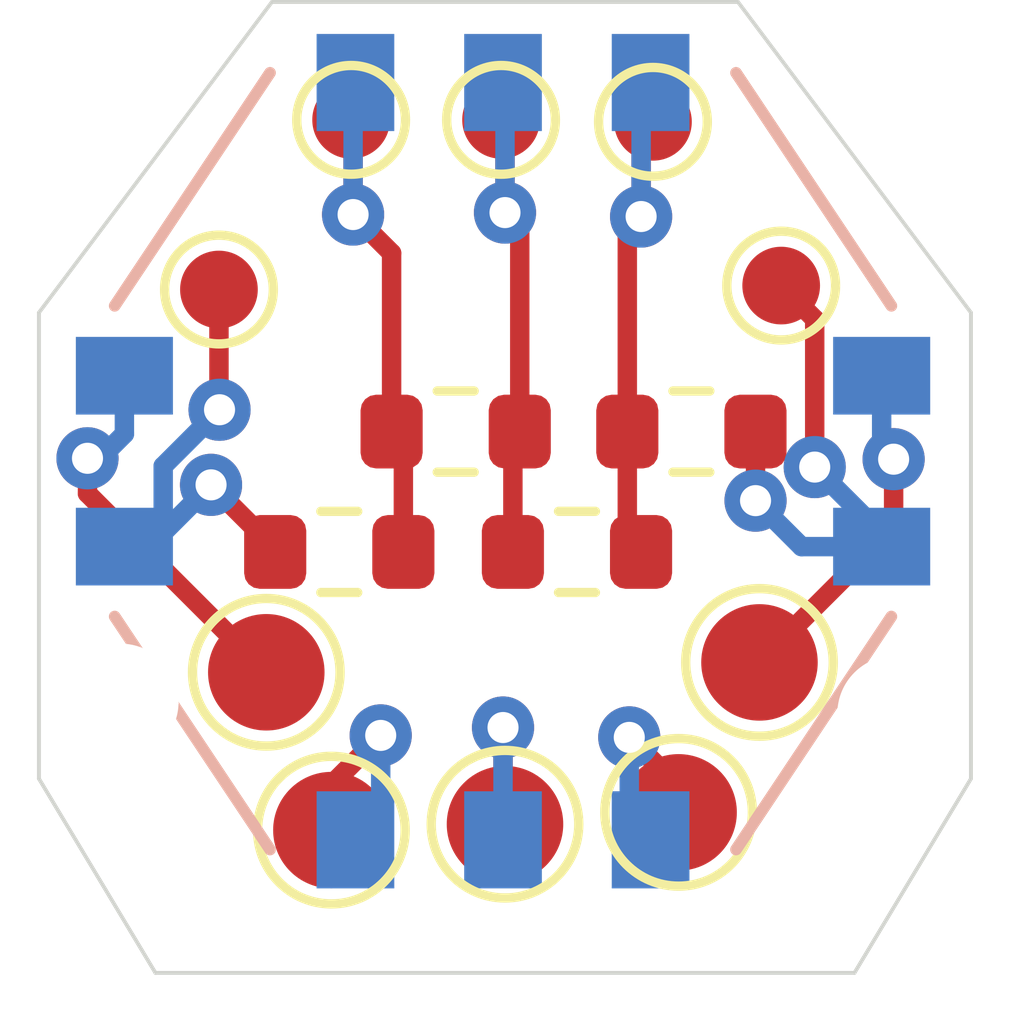
<source format=kicad_pcb>
(kicad_pcb (version 20171130) (host pcbnew 5.1.5+dfsg1-2build2)

  (general
    (thickness 1.6)
    (drawings 8)
    (tracks 74)
    (zones 0)
    (modules 19)
    (nets 11)
  )

  (page A4)
  (layers
    (0 F.Cu signal)
    (31 B.Cu signal)
    (32 B.Adhes user)
    (33 F.Adhes user)
    (34 B.Paste user)
    (35 F.Paste user)
    (36 B.SilkS user)
    (37 F.SilkS user)
    (38 B.Mask user)
    (39 F.Mask user)
    (40 Dwgs.User user)
    (41 Cmts.User user)
    (42 Eco1.User user)
    (43 Eco2.User user)
    (44 Edge.Cuts user)
    (45 Margin user)
    (46 B.CrtYd user)
    (47 F.CrtYd user)
    (48 B.Fab user hide)
    (49 F.Fab user hide)
  )

  (setup
    (last_trace_width 0.25)
    (trace_clearance 0.2)
    (zone_clearance 0.508)
    (zone_45_only no)
    (trace_min 0.2)
    (via_size 0.8)
    (via_drill 0.4)
    (via_min_size 0.4)
    (via_min_drill 0.3)
    (uvia_size 0.3)
    (uvia_drill 0.1)
    (uvias_allowed no)
    (uvia_min_size 0.2)
    (uvia_min_drill 0.1)
    (edge_width 0.05)
    (segment_width 0.2)
    (pcb_text_width 0.3)
    (pcb_text_size 1.5 1.5)
    (mod_edge_width 0.12)
    (mod_text_size 1 1)
    (mod_text_width 0.15)
    (pad_size 1.524 1.524)
    (pad_drill 0.762)
    (pad_to_mask_clearance 0.051)
    (solder_mask_min_width 0.25)
    (aux_axis_origin 115.5 81.5)
    (visible_elements FFFFFF7F)
    (pcbplotparams
      (layerselection 0x010fc_ffffffff)
      (usegerberextensions true)
      (usegerberattributes false)
      (usegerberadvancedattributes false)
      (creategerberjobfile false)
      (excludeedgelayer false)
      (linewidth 0.100000)
      (plotframeref false)
      (viasonmask false)
      (mode 1)
      (useauxorigin true)
      (hpglpennumber 1)
      (hpglpenspeed 20)
      (hpglpendiameter 15.000000)
      (psnegative false)
      (psa4output false)
      (plotreference false)
      (plotvalue false)
      (plotinvisibletext false)
      (padsonsilk false)
      (subtractmaskfromsilk true)
      (outputformat 1)
      (mirror false)
      (drillshape 0)
      (scaleselection 1)
      (outputdirectory "gerbers/"))
  )

  (net 0 "")
  (net 1 /BR1)
  (net 2 /BL1)
  (net 3 /C2)
  (net 4 /TL1)
  (net 5 /TR2)
  (net 6 /BR2)
  (net 7 /C1)
  (net 8 /BL2)
  (net 9 /TL2)
  (net 10 /TR1)

  (net_class Default "This is the default net class."
    (clearance 0.2)
    (trace_width 0.25)
    (via_dia 0.8)
    (via_drill 0.4)
    (uvia_dia 0.3)
    (uvia_drill 0.1)
    (add_net /BL1)
    (add_net /BL2)
    (add_net /BR1)
    (add_net /BR2)
    (add_net /C1)
    (add_net /C2)
    (add_net /TL1)
    (add_net /TL2)
    (add_net /TR1)
    (add_net /TR2)
  )

  (module k1-1210un-01_breakout:PinHole_1,5mm (layer B.Cu) (tedit 615A1726) (tstamp 616CDAC5)
    (at 113.3106 92.7716 180)
    (descr "Mounting Hole 2.1mm, no annular")
    (tags "mounting hole 2.1mm no annular")
    (path /616E9A03)
    (attr virtual)
    (fp_text reference H4 (at 0 3.2) (layer B.SilkS) hide
      (effects (font (size 1 1) (thickness 0.15)) (justify mirror))
    )
    (fp_text value MountingHole (at 0 -3.2) (layer B.Fab)
      (effects (font (size 1 1) (thickness 0.15)) (justify mirror))
    )
    (fp_circle (center 0 0) (end 1.524 0) (layer B.CrtYd) (width 0.05))
    (fp_circle (center 0 0) (end 1.27 0) (layer Cmts.User) (width 0.15))
    (fp_text user %R (at 0.3 0) (layer B.Fab)
      (effects (font (size 1 1) (thickness 0.15)) (justify mirror))
    )
    (pad "" np_thru_hole circle (at 0 0 180) (size 1.5 1.5) (drill 1.5) (layers *.Cu *.Mask))
  )

  (module k1-1210un-01_breakout:PinHole_1,5mm (layer B.Cu) (tedit 615A1726) (tstamp 616CD7F0)
    (at 104.5476 90.511 180)
    (descr "Mounting Hole 2.1mm, no annular")
    (tags "mounting hole 2.1mm no annular")
    (path /616E9762)
    (attr virtual)
    (fp_text reference H3 (at 0 3.2) (layer B.SilkS) hide
      (effects (font (size 1 1) (thickness 0.15)) (justify mirror))
    )
    (fp_text value MountingHole (at 0 -3.2) (layer B.Fab)
      (effects (font (size 1 1) (thickness 0.15)) (justify mirror))
    )
    (fp_circle (center 0 0) (end 1.524 0) (layer B.CrtYd) (width 0.05))
    (fp_circle (center 0 0) (end 1.27 0) (layer Cmts.User) (width 0.15))
    (fp_text user %R (at 0.3 0) (layer B.Fab)
      (effects (font (size 1 1) (thickness 0.15)) (justify mirror))
    )
    (pad "" np_thru_hole circle (at 0 0 180) (size 1.5 1.5) (drill 1.5) (layers *.Cu *.Mask))
  )

  (module k1-1210un-01_breakout:PinHole_1,5mm (layer B.Cu) (tedit 615A1726) (tstamp 616CD7E8)
    (at 114.5298 90.6634 180)
    (descr "Mounting Hole 2.1mm, no annular")
    (tags "mounting hole 2.1mm no annular")
    (path /616E9457)
    (attr virtual)
    (fp_text reference H2 (at 0 3.2) (layer B.SilkS) hide
      (effects (font (size 1 1) (thickness 0.15)) (justify mirror))
    )
    (fp_text value MountingHole (at 0 -3.2) (layer B.Fab)
      (effects (font (size 1 1) (thickness 0.15)) (justify mirror))
    )
    (fp_circle (center 0 0) (end 1.524 0) (layer B.CrtYd) (width 0.05))
    (fp_circle (center 0 0) (end 1.27 0) (layer Cmts.User) (width 0.15))
    (fp_text user %R (at 0.3 0) (layer B.Fab)
      (effects (font (size 1 1) (thickness 0.15)) (justify mirror))
    )
    (pad "" np_thru_hole circle (at 0 0 180) (size 1.5 1.5) (drill 1.5) (layers *.Cu *.Mask))
  )

  (module k1-1210un-01_breakout:PinHole_1,5mm (layer B.Cu) (tedit 615A1726) (tstamp 616CD7E0)
    (at 105.462 92.6446 180)
    (descr "Mounting Hole 2.1mm, no annular")
    (tags "mounting hole 2.1mm no annular")
    (path /616E9292)
    (attr virtual)
    (fp_text reference H1 (at 0 3.2) (layer B.SilkS) hide
      (effects (font (size 1 1) (thickness 0.15)) (justify mirror))
    )
    (fp_text value MountingHole (at 0 -3.2) (layer B.Fab)
      (effects (font (size 1 1) (thickness 0.15)) (justify mirror))
    )
    (fp_circle (center 0 0) (end 1.524 0) (layer B.CrtYd) (width 0.05))
    (fp_circle (center 0 0) (end 1.27 0) (layer Cmts.User) (width 0.15))
    (fp_text user %R (at 0.3 0) (layer B.Fab)
      (effects (font (size 1 1) (thickness 0.15)) (justify mirror))
    )
    (pad "" np_thru_hole circle (at 0 0 180) (size 1.5 1.5) (drill 1.5) (layers *.Cu *.Mask))
  )

  (module TestPoint:TestPoint_Pad_D1.0mm (layer F.Cu) (tedit 5A0F774F) (tstamp 616CC15C)
    (at 109.4498 83.018 180)
    (descr "SMD pad as test Point, diameter 1.0mm")
    (tags "test point SMD pad")
    (path /616C9AE1)
    (attr virtual)
    (fp_text reference TP9 (at 0 -1.448) (layer F.SilkS) hide
      (effects (font (size 1 1) (thickness 0.15)))
    )
    (fp_text value TestPoint (at 0 1.55) (layer F.Fab)
      (effects (font (size 1 1) (thickness 0.15)))
    )
    (fp_circle (center 0 0) (end 0 0.7) (layer F.SilkS) (width 0.12))
    (fp_circle (center 0 0) (end 1 0) (layer F.CrtYd) (width 0.05))
    (fp_text user %R (at 0 -1.45) (layer F.Fab)
      (effects (font (size 1 1) (thickness 0.15)))
    )
    (pad 1 smd circle (at 0 0 180) (size 1 1) (layers F.Cu F.Mask)
      (net 3 /C2))
  )

  (module TestPoint:TestPoint_Pad_D1.0mm (layer F.Cu) (tedit 5A0F774F) (tstamp 616CC13C)
    (at 105.8176 85.2024 180)
    (descr "SMD pad as test Point, diameter 1.0mm")
    (tags "test point SMD pad")
    (path /616CCAB2)
    (attr virtual)
    (fp_text reference TP5 (at 0 -1.448) (layer F.SilkS) hide
      (effects (font (size 1 1) (thickness 0.15)))
    )
    (fp_text value TestPoint (at 0 1.55) (layer F.Fab)
      (effects (font (size 1 1) (thickness 0.15)))
    )
    (fp_circle (center 0 0) (end 0 0.7) (layer F.SilkS) (width 0.12))
    (fp_circle (center 0 0) (end 1 0) (layer F.CrtYd) (width 0.05))
    (fp_text user %R (at 0 -1.45) (layer F.Fab)
      (effects (font (size 1 1) (thickness 0.15)))
    )
    (pad 1 smd circle (at 0 0 180) (size 1 1) (layers F.Cu F.Mask)
      (net 1 /BR1))
  )

  (module TestPoint:TestPoint_Pad_D1.0mm (layer F.Cu) (tedit 5A0F774F) (tstamp 616CC12C)
    (at 113.0566 85.1516 180)
    (descr "SMD pad as test Point, diameter 1.0mm")
    (tags "test point SMD pad")
    (path /616CCAA6)
    (attr virtual)
    (fp_text reference TP3 (at 0 -1.448) (layer F.SilkS) hide
      (effects (font (size 1 1) (thickness 0.15)))
    )
    (fp_text value TestPoint (at 0 1.55) (layer F.Fab)
      (effects (font (size 1 1) (thickness 0.15)))
    )
    (fp_circle (center 0 0) (end 0 0.7) (layer F.SilkS) (width 0.12))
    (fp_circle (center 0 0) (end 1 0) (layer F.CrtYd) (width 0.05))
    (fp_text user %R (at 0 -1.45) (layer F.Fab)
      (effects (font (size 1 1) (thickness 0.15)))
    )
    (pad 1 smd circle (at 0 0 180) (size 1 1) (layers F.Cu F.Mask)
      (net 2 /BL1))
  )

  (module TestPoint:TestPoint_Pad_D1.0mm (layer F.Cu) (tedit 5A0F774F) (tstamp 616CC124)
    (at 111.4056 83.0434 180)
    (descr "SMD pad as test Point, diameter 1.0mm")
    (tags "test point SMD pad")
    (path /616CCAA0)
    (attr virtual)
    (fp_text reference TP2 (at 0 -1.448) (layer F.SilkS) hide
      (effects (font (size 1 1) (thickness 0.15)))
    )
    (fp_text value TestPoint (at 0 1.55) (layer F.Fab)
      (effects (font (size 1 1) (thickness 0.15)))
    )
    (fp_circle (center 0 0) (end 0 0.7) (layer F.SilkS) (width 0.12))
    (fp_circle (center 0 0) (end 1 0) (layer F.CrtYd) (width 0.05))
    (fp_text user %R (at 0 -1.45) (layer F.Fab)
      (effects (font (size 1 1) (thickness 0.15)))
    )
    (pad 1 smd circle (at 0 0 180) (size 1 1) (layers F.Cu F.Mask)
      (net 4 /TL1))
  )

  (module TestPoint:TestPoint_Pad_D1.0mm (layer F.Cu) (tedit 5A0F774F) (tstamp 616CC11C)
    (at 107.5194 83.018 180)
    (descr "SMD pad as test Point, diameter 1.0mm")
    (tags "test point SMD pad")
    (path /616CCA9A)
    (attr virtual)
    (fp_text reference TP1 (at 0 -1.448) (layer F.SilkS) hide
      (effects (font (size 1 1) (thickness 0.15)))
    )
    (fp_text value TestPoint (at 0 1.55) (layer F.Fab)
      (effects (font (size 1 1) (thickness 0.15)))
    )
    (fp_circle (center 0 0) (end 0 0.7) (layer F.SilkS) (width 0.12))
    (fp_circle (center 0 0) (end 1 0) (layer F.CrtYd) (width 0.05))
    (fp_text user %R (at 0 -1.45) (layer F.Fab)
      (effects (font (size 1 1) (thickness 0.15)))
    )
    (pad 1 smd circle (at 0 0 180) (size 1 1) (layers F.Cu F.Mask)
      (net 10 /TR1))
  )

  (module TestPoint:TestPoint_Pad_D1.5mm (layer F.Cu) (tedit 5A0F774F) (tstamp 616CC164)
    (at 107.2654 92.162 180)
    (descr "SMD pad as test Point, diameter 1.5mm")
    (tags "test point SMD pad")
    (path /616C9C7D)
    (attr virtual)
    (fp_text reference TP10 (at 0 -1.648) (layer F.SilkS) hide
      (effects (font (size 1 1) (thickness 0.15)))
    )
    (fp_text value TestPoint (at 0 1.75) (layer F.Fab)
      (effects (font (size 1 1) (thickness 0.15)))
    )
    (fp_circle (center 0 0) (end 0 0.95) (layer F.SilkS) (width 0.12))
    (fp_circle (center 0 0) (end 1.25 0) (layer F.CrtYd) (width 0.05))
    (fp_text user %R (at 0 -1.65) (layer F.Fab)
      (effects (font (size 1 1) (thickness 0.15)))
    )
    (pad 1 smd circle (at 0 0 180) (size 1.5 1.5) (layers F.Cu F.Mask)
      (net 6 /BR2))
  )

  (module TestPoint:TestPoint_Pad_D1.5mm (layer F.Cu) (tedit 5A0F774F) (tstamp 616CC154)
    (at 111.7358 91.9334 180)
    (descr "SMD pad as test Point, diameter 1.5mm")
    (tags "test point SMD pad")
    (path /616C9967)
    (attr virtual)
    (fp_text reference TP8 (at 0 -1.648) (layer F.SilkS) hide
      (effects (font (size 1 1) (thickness 0.15)))
    )
    (fp_text value TestPoint (at 0 1.75) (layer F.Fab)
      (effects (font (size 1 1) (thickness 0.15)))
    )
    (fp_circle (center 0 0) (end 0 0.95) (layer F.SilkS) (width 0.12))
    (fp_circle (center 0 0) (end 1.25 0) (layer F.CrtYd) (width 0.05))
    (fp_text user %R (at 0 -1.65) (layer F.Fab)
      (effects (font (size 1 1) (thickness 0.15)))
    )
    (pad 1 smd circle (at 0 0 180) (size 1.5 1.5) (layers F.Cu F.Mask)
      (net 8 /BL2))
  )

  (module TestPoint:TestPoint_Pad_D1.5mm (layer F.Cu) (tedit 5A0F774F) (tstamp 616CC14C)
    (at 112.7772 90.003 180)
    (descr "SMD pad as test Point, diameter 1.5mm")
    (tags "test point SMD pad")
    (path /616C9796)
    (attr virtual)
    (fp_text reference TP7 (at 0 -1.648) (layer F.SilkS) hide
      (effects (font (size 1 1) (thickness 0.15)))
    )
    (fp_text value TestPoint (at 0 1.75) (layer F.Fab)
      (effects (font (size 1 1) (thickness 0.15)))
    )
    (fp_circle (center 0 0) (end 0 0.95) (layer F.SilkS) (width 0.12))
    (fp_circle (center 0 0) (end 1.25 0) (layer F.CrtYd) (width 0.05))
    (fp_text user %R (at 0 -1.65) (layer F.Fab)
      (effects (font (size 1 1) (thickness 0.15)))
    )
    (pad 1 smd circle (at 0 0 180) (size 1.5 1.5) (layers F.Cu F.Mask)
      (net 9 /TL2))
  )

  (module TestPoint:TestPoint_Pad_D1.5mm (layer F.Cu) (tedit 5A0F774F) (tstamp 616CC144)
    (at 106.4272 90.13 180)
    (descr "SMD pad as test Point, diameter 1.5mm")
    (tags "test point SMD pad")
    (path /616C8EDA)
    (attr virtual)
    (fp_text reference TP6 (at 0 -1.648) (layer F.SilkS) hide
      (effects (font (size 1 1) (thickness 0.15)))
    )
    (fp_text value TestPoint (at 0 1.75) (layer F.Fab)
      (effects (font (size 1 1) (thickness 0.15)))
    )
    (fp_circle (center 0 0) (end 0 0.95) (layer F.SilkS) (width 0.12))
    (fp_circle (center 0 0) (end 1.25 0) (layer F.CrtYd) (width 0.05))
    (fp_text user %R (at 0 -1.65) (layer F.Fab)
      (effects (font (size 1 1) (thickness 0.15)))
    )
    (pad 1 smd circle (at 0 0 180) (size 1.5 1.5) (layers F.Cu F.Mask)
      (net 5 /TR2))
  )

  (module TestPoint:TestPoint_Pad_D1.5mm (layer F.Cu) (tedit 5A0F774F) (tstamp 616CC134)
    (at 109.5006 92.0858 180)
    (descr "SMD pad as test Point, diameter 1.5mm")
    (tags "test point SMD pad")
    (path /616CCAAC)
    (attr virtual)
    (fp_text reference TP4 (at 0 -1.648) (layer F.SilkS) hide
      (effects (font (size 1 1) (thickness 0.15)))
    )
    (fp_text value TestPoint (at 0 1.75) (layer F.Fab)
      (effects (font (size 1 1) (thickness 0.15)))
    )
    (fp_circle (center 0 0) (end 0 0.95) (layer F.SilkS) (width 0.12))
    (fp_circle (center 0 0) (end 1.25 0) (layer F.CrtYd) (width 0.05))
    (fp_text user %R (at 0 -1.65) (layer F.Fab)
      (effects (font (size 1 1) (thickness 0.15)))
    )
    (pad 1 smd circle (at 0 0 180) (size 1.5 1.5) (layers F.Cu F.Mask)
      (net 7 /C1))
  )

  (module k1-1210un-01_breakout:K1-1210UN-01 (layer B.Cu) (tedit 616C6171) (tstamp 616CC114)
    (at 109.4752 87.4122 180)
    (path /616C8244)
    (fp_text reference SW1 (at -1.016 7.112) (layer B.SilkS) hide
      (effects (font (size 1 1) (thickness 0.15)) (justify mirror))
    )
    (fp_text value K1-1210UN-01 (at 0.508 -7) (layer B.Fab)
      (effects (font (size 1 1) (thickness 0.15)) (justify mirror))
    )
    (fp_line (start 3 5) (end 5 2) (layer B.SilkS) (width 0.15))
    (fp_line (start 5 -2) (end 3 -5) (layer B.SilkS) (width 0.15))
    (fp_line (start -3 -5) (end -5 -2) (layer B.SilkS) (width 0.15))
    (fp_line (start -5 2) (end -3 5) (layer B.SilkS) (width 0.15))
    (pad 1 smd rect (at 4.875 1.1 90) (size 1 1.25) (layers B.Cu B.Paste B.Mask)
      (net 5 /TR2))
    (pad 2 smd rect (at 4.875 -1.1 270) (size 1 1.25) (layers B.Cu B.Paste B.Mask)
      (net 1 /BR1))
    (pad 3 smd rect (at 1.9 -4.875 180) (size 1 1.25) (layers B.Cu B.Paste B.Mask)
      (net 6 /BR2))
    (pad 4 smd rect (at 0 -4.875 180) (size 1 1.25) (layers B.Cu B.Paste B.Mask)
      (net 7 /C1))
    (pad 5 smd rect (at -1.9 -4.875 180) (size 1 1.25) (layers B.Cu B.Paste B.Mask)
      (net 8 /BL2))
    (pad 6 smd rect (at -4.875 -1.1 90) (size 1 1.25) (layers B.Cu B.Paste B.Mask)
      (net 2 /BL1))
    (pad 7 smd rect (at -4.875 1.1 90) (size 1 1.25) (layers B.Cu B.Paste B.Mask)
      (net 9 /TL2))
    (pad 8 smd rect (at -1.9 4.875) (size 1 1.25) (layers B.Cu B.Paste B.Mask)
      (net 4 /TL1))
    (pad 9 smd rect (at 0 4.875) (size 1 1.25) (layers B.Cu B.Paste B.Mask)
      (net 3 /C2))
    (pad 10 smd rect (at 1.9 4.875) (size 1 1.25) (layers B.Cu B.Paste B.Mask)
      (net 10 /TR1))
  )

  (module Resistor_SMD:R_0603_1608Metric (layer F.Cu) (tedit 5F68FEEE) (tstamp 616CC102)
    (at 111.9004 87.0312 180)
    (descr "Resistor SMD 0603 (1608 Metric), square (rectangular) end terminal, IPC_7351 nominal, (Body size source: IPC-SM-782 page 72, https://www.pcb-3d.com/wordpress/wp-content/uploads/ipc-sm-782a_amendment_1_and_2.pdf), generated with kicad-footprint-generator")
    (tags resistor)
    (path /616D418C)
    (attr smd)
    (fp_text reference R4 (at 0 -1.43) (layer F.SilkS) hide
      (effects (font (size 1 1) (thickness 0.15)))
    )
    (fp_text value 0R_NP (at 0 1.43) (layer F.Fab)
      (effects (font (size 1 1) (thickness 0.15)))
    )
    (fp_text user %R (at 0 0) (layer F.Fab)
      (effects (font (size 0.4 0.4) (thickness 0.06)))
    )
    (fp_line (start 1.48 0.73) (end -1.48 0.73) (layer F.CrtYd) (width 0.05))
    (fp_line (start 1.48 -0.73) (end 1.48 0.73) (layer F.CrtYd) (width 0.05))
    (fp_line (start -1.48 -0.73) (end 1.48 -0.73) (layer F.CrtYd) (width 0.05))
    (fp_line (start -1.48 0.73) (end -1.48 -0.73) (layer F.CrtYd) (width 0.05))
    (fp_line (start -0.237258 0.5225) (end 0.237258 0.5225) (layer F.SilkS) (width 0.12))
    (fp_line (start -0.237258 -0.5225) (end 0.237258 -0.5225) (layer F.SilkS) (width 0.12))
    (fp_line (start 0.8 0.4125) (end -0.8 0.4125) (layer F.Fab) (width 0.1))
    (fp_line (start 0.8 -0.4125) (end 0.8 0.4125) (layer F.Fab) (width 0.1))
    (fp_line (start -0.8 -0.4125) (end 0.8 -0.4125) (layer F.Fab) (width 0.1))
    (fp_line (start -0.8 0.4125) (end -0.8 -0.4125) (layer F.Fab) (width 0.1))
    (pad 2 smd roundrect (at 0.825 0 180) (size 0.8 0.95) (layers F.Cu F.Paste F.Mask) (roundrect_rratio 0.25)
      (net 4 /TL1))
    (pad 1 smd roundrect (at -0.825 0 180) (size 0.8 0.95) (layers F.Cu F.Paste F.Mask) (roundrect_rratio 0.25)
      (net 2 /BL1))
    (model ${KISYS3DMOD}/Resistor_SMD.3dshapes/R_0603_1608Metric.wrl
      (at (xyz 0 0 0))
      (scale (xyz 1 1 1))
      (rotate (xyz 0 0 0))
    )
  )

  (module Resistor_SMD:R_0603_1608Metric (layer F.Cu) (tedit 5F68FEEE) (tstamp 616CC0F1)
    (at 110.4272 88.5806 180)
    (descr "Resistor SMD 0603 (1608 Metric), square (rectangular) end terminal, IPC_7351 nominal, (Body size source: IPC-SM-782 page 72, https://www.pcb-3d.com/wordpress/wp-content/uploads/ipc-sm-782a_amendment_1_and_2.pdf), generated with kicad-footprint-generator")
    (tags resistor)
    (path /616D1F56)
    (attr smd)
    (fp_text reference R3 (at 0 -1.43) (layer F.SilkS) hide
      (effects (font (size 1 1) (thickness 0.15)))
    )
    (fp_text value 0R_NP (at 0 1.43) (layer F.Fab)
      (effects (font (size 1 1) (thickness 0.15)))
    )
    (fp_text user %R (at 0 0) (layer F.Fab)
      (effects (font (size 0.4 0.4) (thickness 0.06)))
    )
    (fp_line (start 1.48 0.73) (end -1.48 0.73) (layer F.CrtYd) (width 0.05))
    (fp_line (start 1.48 -0.73) (end 1.48 0.73) (layer F.CrtYd) (width 0.05))
    (fp_line (start -1.48 -0.73) (end 1.48 -0.73) (layer F.CrtYd) (width 0.05))
    (fp_line (start -1.48 0.73) (end -1.48 -0.73) (layer F.CrtYd) (width 0.05))
    (fp_line (start -0.237258 0.5225) (end 0.237258 0.5225) (layer F.SilkS) (width 0.12))
    (fp_line (start -0.237258 -0.5225) (end 0.237258 -0.5225) (layer F.SilkS) (width 0.12))
    (fp_line (start 0.8 0.4125) (end -0.8 0.4125) (layer F.Fab) (width 0.1))
    (fp_line (start 0.8 -0.4125) (end 0.8 0.4125) (layer F.Fab) (width 0.1))
    (fp_line (start -0.8 -0.4125) (end 0.8 -0.4125) (layer F.Fab) (width 0.1))
    (fp_line (start -0.8 0.4125) (end -0.8 -0.4125) (layer F.Fab) (width 0.1))
    (pad 2 smd roundrect (at 0.825 0 180) (size 0.8 0.95) (layers F.Cu F.Paste F.Mask) (roundrect_rratio 0.25)
      (net 3 /C2))
    (pad 1 smd roundrect (at -0.825 0 180) (size 0.8 0.95) (layers F.Cu F.Paste F.Mask) (roundrect_rratio 0.25)
      (net 4 /TL1))
    (model ${KISYS3DMOD}/Resistor_SMD.3dshapes/R_0603_1608Metric.wrl
      (at (xyz 0 0 0))
      (scale (xyz 1 1 1))
      (rotate (xyz 0 0 0))
    )
  )

  (module Resistor_SMD:R_0603_1608Metric (layer F.Cu) (tedit 5F68FEEE) (tstamp 616CC0E0)
    (at 108.8656 87.0312 180)
    (descr "Resistor SMD 0603 (1608 Metric), square (rectangular) end terminal, IPC_7351 nominal, (Body size source: IPC-SM-782 page 72, https://www.pcb-3d.com/wordpress/wp-content/uploads/ipc-sm-782a_amendment_1_and_2.pdf), generated with kicad-footprint-generator")
    (tags resistor)
    (path /616D0960)
    (attr smd)
    (fp_text reference R2 (at 0 -1.43) (layer F.SilkS) hide
      (effects (font (size 1 1) (thickness 0.15)))
    )
    (fp_text value 0R_NP (at 0 1.43) (layer F.Fab)
      (effects (font (size 1 1) (thickness 0.15)))
    )
    (fp_text user %R (at 0 0) (layer F.Fab)
      (effects (font (size 0.4 0.4) (thickness 0.06)))
    )
    (fp_line (start 1.48 0.73) (end -1.48 0.73) (layer F.CrtYd) (width 0.05))
    (fp_line (start 1.48 -0.73) (end 1.48 0.73) (layer F.CrtYd) (width 0.05))
    (fp_line (start -1.48 -0.73) (end 1.48 -0.73) (layer F.CrtYd) (width 0.05))
    (fp_line (start -1.48 0.73) (end -1.48 -0.73) (layer F.CrtYd) (width 0.05))
    (fp_line (start -0.237258 0.5225) (end 0.237258 0.5225) (layer F.SilkS) (width 0.12))
    (fp_line (start -0.237258 -0.5225) (end 0.237258 -0.5225) (layer F.SilkS) (width 0.12))
    (fp_line (start 0.8 0.4125) (end -0.8 0.4125) (layer F.Fab) (width 0.1))
    (fp_line (start 0.8 -0.4125) (end 0.8 0.4125) (layer F.Fab) (width 0.1))
    (fp_line (start -0.8 -0.4125) (end 0.8 -0.4125) (layer F.Fab) (width 0.1))
    (fp_line (start -0.8 0.4125) (end -0.8 -0.4125) (layer F.Fab) (width 0.1))
    (pad 2 smd roundrect (at 0.825 0 180) (size 0.8 0.95) (layers F.Cu F.Paste F.Mask) (roundrect_rratio 0.25)
      (net 10 /TR1))
    (pad 1 smd roundrect (at -0.825 0 180) (size 0.8 0.95) (layers F.Cu F.Paste F.Mask) (roundrect_rratio 0.25)
      (net 3 /C2))
    (model ${KISYS3DMOD}/Resistor_SMD.3dshapes/R_0603_1608Metric.wrl
      (at (xyz 0 0 0))
      (scale (xyz 1 1 1))
      (rotate (xyz 0 0 0))
    )
  )

  (module Resistor_SMD:R_0603_1608Metric (layer F.Cu) (tedit 5F68FEEE) (tstamp 616CC2F7)
    (at 107.367 88.5806 180)
    (descr "Resistor SMD 0603 (1608 Metric), square (rectangular) end terminal, IPC_7351 nominal, (Body size source: IPC-SM-782 page 72, https://www.pcb-3d.com/wordpress/wp-content/uploads/ipc-sm-782a_amendment_1_and_2.pdf), generated with kicad-footprint-generator")
    (tags resistor)
    (path /616D49CE)
    (attr smd)
    (fp_text reference R1 (at 0 -1.43) (layer F.SilkS) hide
      (effects (font (size 1 1) (thickness 0.15)))
    )
    (fp_text value 0R_NP (at 0 1.43) (layer F.Fab)
      (effects (font (size 1 1) (thickness 0.15)))
    )
    (fp_text user %R (at 0 0) (layer F.Fab)
      (effects (font (size 0.4 0.4) (thickness 0.06)))
    )
    (fp_line (start 1.48 0.73) (end -1.48 0.73) (layer F.CrtYd) (width 0.05))
    (fp_line (start 1.48 -0.73) (end 1.48 0.73) (layer F.CrtYd) (width 0.05))
    (fp_line (start -1.48 -0.73) (end 1.48 -0.73) (layer F.CrtYd) (width 0.05))
    (fp_line (start -1.48 0.73) (end -1.48 -0.73) (layer F.CrtYd) (width 0.05))
    (fp_line (start -0.237258 0.5225) (end 0.237258 0.5225) (layer F.SilkS) (width 0.12))
    (fp_line (start -0.237258 -0.5225) (end 0.237258 -0.5225) (layer F.SilkS) (width 0.12))
    (fp_line (start 0.8 0.4125) (end -0.8 0.4125) (layer F.Fab) (width 0.1))
    (fp_line (start 0.8 -0.4125) (end 0.8 0.4125) (layer F.Fab) (width 0.1))
    (fp_line (start -0.8 -0.4125) (end 0.8 -0.4125) (layer F.Fab) (width 0.1))
    (fp_line (start -0.8 0.4125) (end -0.8 -0.4125) (layer F.Fab) (width 0.1))
    (pad 2 smd roundrect (at 0.825 0 180) (size 0.8 0.95) (layers F.Cu F.Paste F.Mask) (roundrect_rratio 0.25)
      (net 1 /BR1))
    (pad 1 smd roundrect (at -0.825 0 180) (size 0.8 0.95) (layers F.Cu F.Paste F.Mask) (roundrect_rratio 0.25)
      (net 10 /TR1))
    (model ${KISYS3DMOD}/Resistor_SMD.3dshapes/R_0603_1608Metric.wrl
      (at (xyz 0 0 0))
      (scale (xyz 1 1 1))
      (rotate (xyz 0 0 0))
    )
  )

  (gr_line (start 115.5 91.5) (end 114 94) (layer Edge.Cuts) (width 0.05) (tstamp 616CDDF3))
  (gr_line (start 115.5 85.5) (end 115.5 91.5) (layer Edge.Cuts) (width 0.05))
  (gr_line (start 112.5 81.5) (end 115.5 85.5) (layer Edge.Cuts) (width 0.05))
  (gr_line (start 105 94) (end 114 94) (layer Edge.Cuts) (width 0.05))
  (gr_line (start 103.5 91.5) (end 105 94) (layer Edge.Cuts) (width 0.05))
  (gr_line (start 103.5 85.5) (end 103.5 91.5) (layer Edge.Cuts) (width 0.05))
  (gr_line (start 106.5 81.5) (end 103.5 85.5) (layer Edge.Cuts) (width 0.05))
  (gr_line (start 112.5 81.5) (end 106.5 81.5) (layer Edge.Cuts) (width 0.05))

  (via (at 105.716 87.717) (size 0.8) (drill 0.4) (layers F.Cu B.Cu) (net 1))
  (segment (start 106.542 88.5806) (end 106.542 88.543) (width 0.25) (layer F.Cu) (net 1))
  (segment (start 106.542 88.543) (end 105.716 87.717) (width 0.25) (layer F.Cu) (net 1))
  (segment (start 105.8176 85.2024) (end 105.8176 86.742386) (width 0.25) (layer F.Cu) (net 1))
  (segment (start 105.8176 86.742386) (end 105.825214 86.75) (width 0.25) (layer F.Cu) (net 1))
  (via (at 105.825214 86.75) (size 0.8) (drill 0.4) (layers F.Cu B.Cu) (net 1))
  (segment (start 104.7252 88.5122) (end 105.1 88.1374) (width 0.25) (layer B.Cu) (net 1))
  (segment (start 104.6002 88.5122) (end 104.7252 88.5122) (width 0.25) (layer B.Cu) (net 1))
  (segment (start 105.1 87.475214) (end 105.825214 86.75) (width 0.25) (layer B.Cu) (net 1))
  (segment (start 105.1 88.1374) (end 105.1 87.475214) (width 0.25) (layer B.Cu) (net 1))
  (segment (start 104.9208 88.5122) (end 105.716 87.717) (width 0.25) (layer B.Cu) (net 1))
  (segment (start 104.6002 88.5122) (end 104.9208 88.5122) (width 0.25) (layer B.Cu) (net 1))
  (via (at 112.7264 87.9202) (size 0.8) (drill 0.4) (layers F.Cu B.Cu) (net 2))
  (segment (start 113.3184 88.5122) (end 112.7264 87.9202) (width 0.25) (layer B.Cu) (net 2))
  (segment (start 114.3502 88.5122) (end 113.3184 88.5122) (width 0.25) (layer B.Cu) (net 2))
  (segment (start 112.7264 87.0322) (end 112.7254 87.0312) (width 0.25) (layer F.Cu) (net 2))
  (segment (start 112.7264 87.9202) (end 112.7264 87.0322) (width 0.25) (layer F.Cu) (net 2))
  (via (at 113.4884 87.4884) (size 0.8) (drill 0.4) (layers F.Cu B.Cu) (net 2))
  (segment (start 114.3502 88.3502) (end 113.4884 87.4884) (width 0.25) (layer B.Cu) (net 2))
  (segment (start 114.3502 88.5122) (end 114.3502 88.3502) (width 0.25) (layer B.Cu) (net 2))
  (segment (start 113.4884 85.5834) (end 113.0566 85.1516) (width 0.25) (layer F.Cu) (net 2))
  (segment (start 113.4884 87.4884) (end 113.4884 85.5834) (width 0.25) (layer F.Cu) (net 2))
  (segment (start 111.0754 88.4038) (end 111.2522 88.5806) (width 0.25) (layer F.Cu) (net 4))
  (segment (start 111.0754 87.0312) (end 111.0754 88.4038) (width 0.25) (layer F.Cu) (net 4))
  (segment (start 109.6022 87.1196) (end 109.6906 87.0312) (width 0.25) (layer F.Cu) (net 3))
  (segment (start 109.6022 88.5806) (end 109.6022 87.1196) (width 0.25) (layer F.Cu) (net 3))
  (via (at 109.5006 84.2118) (size 0.8) (drill 0.4) (layers F.Cu B.Cu) (net 3))
  (segment (start 109.6906 84.4018) (end 109.5006 84.2118) (width 0.25) (layer F.Cu) (net 3))
  (segment (start 109.6906 87.0312) (end 109.6906 84.4018) (width 0.25) (layer F.Cu) (net 3))
  (segment (start 109.5006 82.5626) (end 109.4752 82.5372) (width 0.25) (layer B.Cu) (net 3))
  (segment (start 109.5006 84.2118) (end 109.5006 82.5626) (width 0.25) (layer B.Cu) (net 3))
  (segment (start 109.5006 83.0688) (end 109.4498 83.018) (width 0.25) (layer F.Cu) (net 3))
  (segment (start 109.5006 84.2118) (end 109.5006 83.0688) (width 0.25) (layer F.Cu) (net 3))
  (via (at 111.2532 84.2626) (size 0.8) (drill 0.4) (layers F.Cu B.Cu) (net 4))
  (segment (start 111.0754 84.4404) (end 111.2532 84.2626) (width 0.25) (layer F.Cu) (net 4))
  (segment (start 111.0754 87.0312) (end 111.0754 84.4404) (width 0.25) (layer F.Cu) (net 4))
  (segment (start 111.2532 82.6592) (end 111.3752 82.5372) (width 0.25) (layer B.Cu) (net 4))
  (segment (start 111.2532 84.2626) (end 111.2532 82.6592) (width 0.25) (layer B.Cu) (net 4))
  (segment (start 111.2532 83.1958) (end 111.4056 83.0434) (width 0.25) (layer F.Cu) (net 4))
  (segment (start 111.2532 84.2626) (end 111.2532 83.1958) (width 0.25) (layer F.Cu) (net 4))
  (via (at 104.125074 87.375222) (size 0.8) (drill 0.4) (layers F.Cu B.Cu) (net 5))
  (segment (start 104.6002 86.3122) (end 104.6002 87.0622) (width 0.25) (layer B.Cu) (net 5))
  (segment (start 104.6002 87.0622) (end 104.287178 87.375222) (width 0.25) (layer B.Cu) (net 5))
  (segment (start 104.287178 87.375222) (end 104.125074 87.375222) (width 0.25) (layer B.Cu) (net 5))
  (segment (start 106.4272 90.13) (end 104.125074 87.827874) (width 0.25) (layer F.Cu) (net 5))
  (segment (start 104.125074 87.827874) (end 104.125074 87.375222) (width 0.25) (layer F.Cu) (net 5))
  (via (at 107.9004 90.9428) (size 0.8) (drill 0.4) (layers F.Cu B.Cu) (net 6))
  (segment (start 107.2654 91.5778) (end 107.9004 90.9428) (width 0.25) (layer F.Cu) (net 6))
  (segment (start 107.2654 92.162) (end 107.2654 91.5778) (width 0.25) (layer F.Cu) (net 6))
  (segment (start 107.9004 91.962) (end 107.5752 92.2872) (width 0.25) (layer B.Cu) (net 6))
  (segment (start 107.9004 90.9428) (end 107.9004 91.962) (width 0.25) (layer B.Cu) (net 6))
  (via (at 109.4752 90.8412) (size 0.8) (drill 0.4) (layers F.Cu B.Cu) (net 7))
  (segment (start 109.4752 92.2872) (end 109.4752 90.8412) (width 0.25) (layer B.Cu) (net 7))
  (segment (start 109.4752 92.0604) (end 109.5006 92.0858) (width 0.25) (layer F.Cu) (net 7))
  (segment (start 109.4752 90.8412) (end 109.4752 92.0604) (width 0.25) (layer F.Cu) (net 7))
  (via (at 111.1008 90.9682) (size 0.8) (drill 0.4) (layers F.Cu B.Cu) (net 8))
  (segment (start 111.7358 91.6032) (end 111.1008 90.9682) (width 0.25) (layer F.Cu) (net 8))
  (segment (start 111.7358 91.9334) (end 111.7358 91.6032) (width 0.25) (layer F.Cu) (net 8))
  (segment (start 111.1008 92.0128) (end 111.3752 92.2872) (width 0.25) (layer B.Cu) (net 8))
  (segment (start 111.1008 90.9682) (end 111.1008 92.0128) (width 0.25) (layer B.Cu) (net 8))
  (via (at 114.5044 87.3868) (size 0.8) (drill 0.4) (layers F.Cu B.Cu) (net 9))
  (segment (start 114.3502 87.2326) (end 114.5044 87.3868) (width 0.25) (layer B.Cu) (net 9))
  (segment (start 114.3502 86.3122) (end 114.3502 87.2326) (width 0.25) (layer B.Cu) (net 9))
  (segment (start 114.5044 88.2758) (end 112.7772 90.003) (width 0.25) (layer F.Cu) (net 9))
  (segment (start 114.5044 87.3868) (end 114.5044 88.2758) (width 0.25) (layer F.Cu) (net 9))
  (segment (start 108.192 87.1826) (end 108.0406 87.0312) (width 0.25) (layer F.Cu) (net 10))
  (segment (start 108.192 88.5806) (end 108.192 87.1826) (width 0.25) (layer F.Cu) (net 10))
  (via (at 107.5448 84.2372) (size 0.8) (drill 0.4) (layers F.Cu B.Cu) (net 10))
  (segment (start 108.0406 84.733) (end 107.5448 84.2372) (width 0.25) (layer F.Cu) (net 10))
  (segment (start 108.0406 87.0312) (end 108.0406 84.733) (width 0.25) (layer F.Cu) (net 10))
  (segment (start 107.5448 82.5676) (end 107.5752 82.5372) (width 0.25) (layer B.Cu) (net 10))
  (segment (start 107.5448 84.2372) (end 107.5448 82.5676) (width 0.25) (layer B.Cu) (net 10))
  (segment (start 107.5448 83.0434) (end 107.5194 83.018) (width 0.25) (layer F.Cu) (net 10))
  (segment (start 107.5448 84.2372) (end 107.5448 83.0434) (width 0.25) (layer F.Cu) (net 10))

)

</source>
